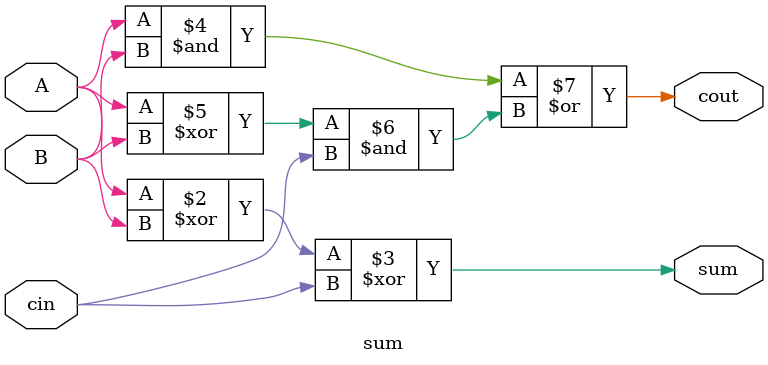
<source format=sv>
module sum(input logic A,
			  input logic B,
			  input logic cin,
			  output logic sum,
			  output logic cout);
	
	always @(A or B or cin)
		begin
         sum = A ^ B ^ cin;
         cout = A & B | (A ^ B) & cin;
		end
endmodule
</source>
